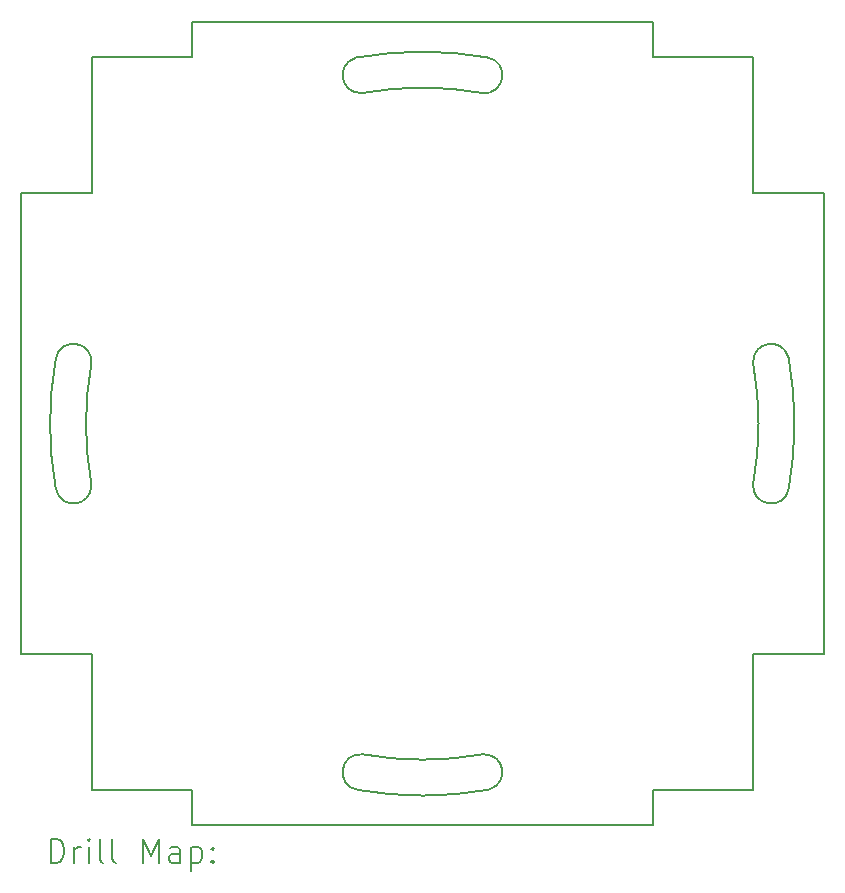
<source format=gbr>
%TF.GenerationSoftware,KiCad,Pcbnew,6.0.11-2627ca5db0~126~ubuntu22.04.1*%
%TF.CreationDate,2023-12-06T10:27:31+01:00*%
%TF.ProjectId,roomthermostat,726f6f6d-7468-4657-926d-6f737461742e,C*%
%TF.SameCoordinates,Original*%
%TF.FileFunction,Drillmap*%
%TF.FilePolarity,Positive*%
%FSLAX45Y45*%
G04 Gerber Fmt 4.5, Leading zero omitted, Abs format (unit mm)*
G04 Created by KiCad (PCBNEW 6.0.11-2627ca5db0~126~ubuntu22.04.1) date 2023-12-06 10:27:31*
%MOMM*%
%LPD*%
G01*
G04 APERTURE LIST*
%ADD10C,0.150000*%
%ADD11C,0.200000*%
G04 APERTURE END LIST*
D10*
X9187120Y-12837925D02*
G75*
G03*
X10191500Y-12838588I504040J2801215D01*
G01*
X12491500Y-8087000D02*
X12491500Y-6937000D01*
X12491500Y-11987000D02*
X12491500Y-13137000D01*
X12783802Y-9464566D02*
G75*
G03*
X12491500Y-9512000I-142303J-47434D01*
G01*
X11641500Y-6937000D02*
X12491500Y-6937000D01*
X6886456Y-9534837D02*
G75*
G03*
X6885792Y-10539217I2801214J-504043D01*
G01*
X6891500Y-13137000D02*
X6891500Y-11987000D01*
X12491500Y-9512000D02*
X12491500Y-9537000D01*
X10263934Y-13130890D02*
X10241500Y-13138588D01*
X12490836Y-10541380D02*
G75*
G03*
X12791500Y-10587000I150664J-20620D01*
G01*
X9187120Y-12837928D02*
G75*
G03*
X9141500Y-13138588I-20620J-150662D01*
G01*
X11641500Y-13137000D02*
X11641500Y-13437000D01*
X12783802Y-9464566D02*
X12791500Y-9487000D01*
X7741500Y-6937000D02*
X6891500Y-6937000D01*
X6585792Y-9489217D02*
G75*
G03*
X6585792Y-10589217I3100000J-550000D01*
G01*
X13091500Y-8087000D02*
X12491500Y-8087000D01*
X6593489Y-10611651D02*
X6585792Y-10589217D01*
X6886454Y-9534837D02*
G75*
G03*
X6585792Y-9489217I-150664J20617D01*
G01*
X7741500Y-13437000D02*
X7741500Y-13137000D01*
X9141500Y-13138588D02*
G75*
G03*
X10241500Y-13138588I550000J3100000D01*
G01*
X12490836Y-10541380D02*
G75*
G03*
X12491500Y-9537000I-2801223J504043D01*
G01*
X11641500Y-13137000D02*
X12491500Y-13137000D01*
X7741500Y-6637000D02*
X11641500Y-6637000D01*
X10263936Y-13130894D02*
G75*
G03*
X10216500Y-12838588I-47436J142304D01*
G01*
X12791500Y-10587000D02*
G75*
G03*
X12791500Y-9487000I-3100000J550000D01*
G01*
X13091500Y-8087000D02*
X13091500Y-11987000D01*
X10239283Y-6937000D02*
G75*
G03*
X9139283Y-6937000I-550000J-3100000D01*
G01*
X6891500Y-13137000D02*
X7741500Y-13137000D01*
X6891500Y-8087000D02*
X6291500Y-8087000D01*
X10193647Y-7237784D02*
G75*
G03*
X9189283Y-7237000I-504367J-2799216D01*
G01*
X7741500Y-13437000D02*
X11641500Y-13437000D01*
X13091500Y-11987000D02*
X12491500Y-11987000D01*
X9116849Y-6944697D02*
X9139283Y-6937000D01*
X6291500Y-8087000D02*
X6291500Y-11987000D01*
X6593490Y-10611651D02*
G75*
G03*
X6885792Y-10564217I142302J47434D01*
G01*
X9164283Y-7237000D02*
X9189283Y-7237000D01*
X6291500Y-11987000D02*
X6891500Y-11987000D01*
X11641500Y-6937000D02*
X11641500Y-6637000D01*
X10216500Y-12838588D02*
X10191500Y-12838588D01*
X10193646Y-7237786D02*
G75*
G03*
X10239283Y-6937000I20624J150726D01*
G01*
X9116849Y-6944697D02*
G75*
G03*
X9164283Y-7237000I47431J-142303D01*
G01*
X6891500Y-6937000D02*
X6891500Y-8087000D01*
X6885792Y-10564217D02*
X6885792Y-10539217D01*
X7741500Y-6637000D02*
X7741500Y-6937000D01*
D11*
X6541619Y-13754976D02*
X6541619Y-13554976D01*
X6589238Y-13554976D01*
X6617809Y-13564500D01*
X6636857Y-13583548D01*
X6646381Y-13602595D01*
X6655905Y-13640690D01*
X6655905Y-13669262D01*
X6646381Y-13707357D01*
X6636857Y-13726405D01*
X6617809Y-13745452D01*
X6589238Y-13754976D01*
X6541619Y-13754976D01*
X6741619Y-13754976D02*
X6741619Y-13621643D01*
X6741619Y-13659738D02*
X6751143Y-13640690D01*
X6760667Y-13631167D01*
X6779714Y-13621643D01*
X6798762Y-13621643D01*
X6865428Y-13754976D02*
X6865428Y-13621643D01*
X6865428Y-13554976D02*
X6855905Y-13564500D01*
X6865428Y-13574024D01*
X6874952Y-13564500D01*
X6865428Y-13554976D01*
X6865428Y-13574024D01*
X6989238Y-13754976D02*
X6970190Y-13745452D01*
X6960667Y-13726405D01*
X6960667Y-13554976D01*
X7094000Y-13754976D02*
X7074952Y-13745452D01*
X7065428Y-13726405D01*
X7065428Y-13554976D01*
X7322571Y-13754976D02*
X7322571Y-13554976D01*
X7389238Y-13697833D01*
X7455905Y-13554976D01*
X7455905Y-13754976D01*
X7636857Y-13754976D02*
X7636857Y-13650214D01*
X7627333Y-13631167D01*
X7608286Y-13621643D01*
X7570190Y-13621643D01*
X7551143Y-13631167D01*
X7636857Y-13745452D02*
X7617809Y-13754976D01*
X7570190Y-13754976D01*
X7551143Y-13745452D01*
X7541619Y-13726405D01*
X7541619Y-13707357D01*
X7551143Y-13688309D01*
X7570190Y-13678786D01*
X7617809Y-13678786D01*
X7636857Y-13669262D01*
X7732095Y-13621643D02*
X7732095Y-13821643D01*
X7732095Y-13631167D02*
X7751143Y-13621643D01*
X7789238Y-13621643D01*
X7808286Y-13631167D01*
X7817809Y-13640690D01*
X7827333Y-13659738D01*
X7827333Y-13716881D01*
X7817809Y-13735928D01*
X7808286Y-13745452D01*
X7789238Y-13754976D01*
X7751143Y-13754976D01*
X7732095Y-13745452D01*
X7913048Y-13735928D02*
X7922571Y-13745452D01*
X7913048Y-13754976D01*
X7903524Y-13745452D01*
X7913048Y-13735928D01*
X7913048Y-13754976D01*
X7913048Y-13631167D02*
X7922571Y-13640690D01*
X7913048Y-13650214D01*
X7903524Y-13640690D01*
X7913048Y-13631167D01*
X7913048Y-13650214D01*
M02*

</source>
